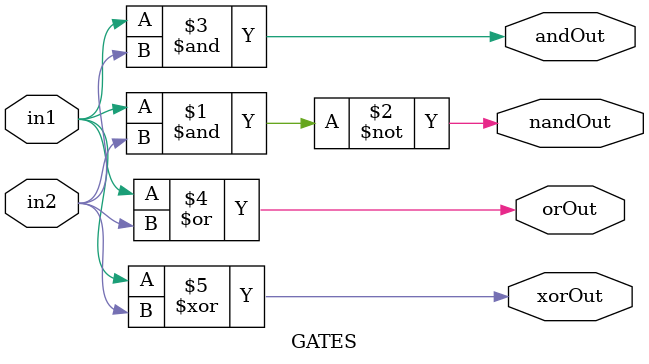
<source format=v>
module GATES(in1, in2, nandOut, andOut, orOut, xorOut);
	input in1, in2;
	output nandOut, andOut, orOut, xorOut;
	assign nandOut 	= ~(in1 & in2);
	assign andOut 	= (in1 & in2);
	assign orOut 	= (in1 | in2);
	assign xorOut 	= (in1 ^ in2);
endmodule

</source>
